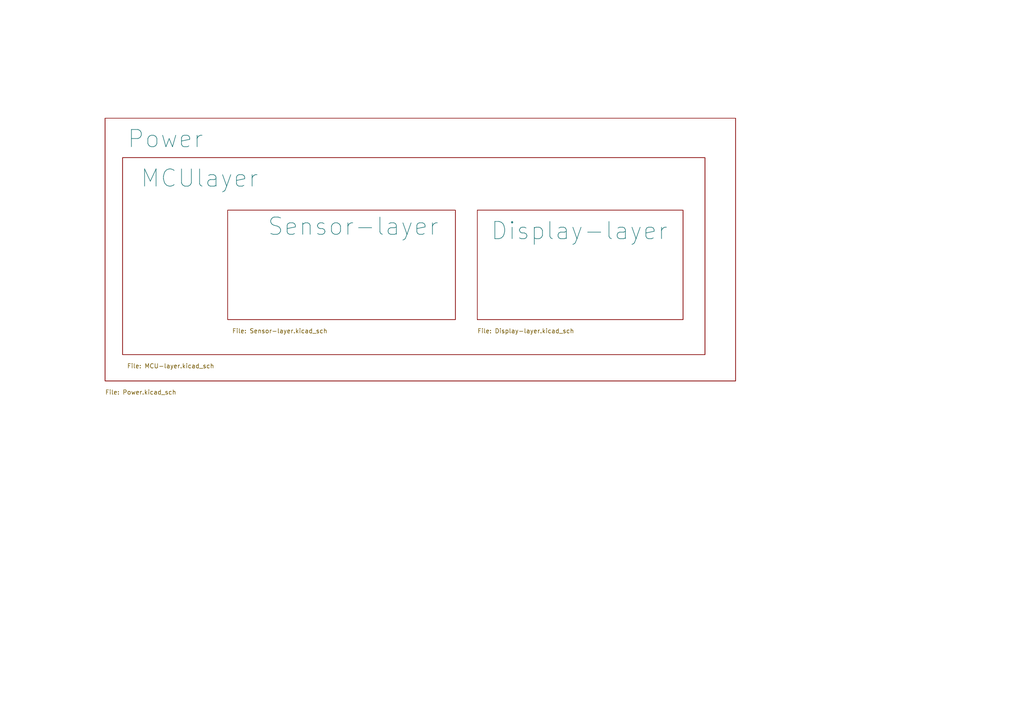
<source format=kicad_sch>
(kicad_sch (version 20230121) (generator eeschema)

  (uuid 78ea2883-2db0-4d81-80e1-b63c1c2056ac)

  (paper "A4")

  (title_block
    (date "2024-02-22")
  )

  (lib_symbols
  )


  (sheet (at 66.04 60.96) (size 66.04 31.75)
    (stroke (width 0.1524) (type solid))
    (fill (color 0 0 0 0.0000))
    (uuid 20bd63c0-c7d9-415e-b9da-e5b49e44652d)
    (property "Sheetname" "Sensor-layer" (at 77.47 68.58 0)
      (effects (font (size 5 5)) (justify left bottom))
    )
    (property "Sheetfile" "Sensor-layer.kicad_sch" (at 67.31 95.25 0)
      (effects (font (size 1.27 1.27)) (justify left top))
    )
    (instances
      (project "FwhitESat-PCB"
        (path "/78ea2883-2db0-4d81-80e1-b63c1c2056ac" (page "4"))
      )
    )
  )

  (sheet (at 30.48 34.29) (size 182.88 76.2)
    (stroke (width 0.1524) (type solid))
    (fill (color 0 0 0 0.0000))
    (uuid 56957d94-f740-47f0-918d-81f554d7e663)
    (property "Sheetname" "Power" (at 36.83 43.18 0)
      (effects (font (size 5 5)) (justify left bottom))
    )
    (property "Sheetfile" "Power.kicad_sch" (at 30.48 113.03 0)
      (effects (font (size 1.27 1.27)) (justify left top))
    )
    (instances
      (project "FwhitESat-PCB"
        (path "/78ea2883-2db0-4d81-80e1-b63c1c2056ac" (page "2"))
      )
    )
  )

  (sheet (at 138.43 60.96) (size 59.69 31.75)
    (stroke (width 0.1524) (type solid))
    (fill (color 0 0 0 0.0000))
    (uuid a960505b-a9a4-4f7d-b267-aaa461e8a1e5)
    (property "Sheetname" "Display-layer" (at 142.24 69.85 0)
      (effects (font (size 5 5)) (justify left bottom))
    )
    (property "Sheetfile" "Display-layer.kicad_sch" (at 138.43 95.25 0)
      (effects (font (size 1.27 1.27)) (justify left top))
    )
    (instances
      (project "FwhitESat-PCB"
        (path "/78ea2883-2db0-4d81-80e1-b63c1c2056ac" (page "5"))
      )
    )
  )

  (sheet (at 35.56 45.72) (size 168.91 57.15)
    (stroke (width 0.1524) (type solid))
    (fill (color 0 0 0 0.0000))
    (uuid f4665424-10ff-4a9f-9002-a506404d9567)
    (property "Sheetname" "MCUlayer" (at 40.64 54.61 0)
      (effects (font (size 5 5)) (justify left bottom))
    )
    (property "Sheetfile" "MCU-layer.kicad_sch" (at 36.83 105.41 0)
      (effects (font (size 1.27 1.27)) (justify left top))
    )
    (instances
      (project "FwhitESat-PCB"
        (path "/78ea2883-2db0-4d81-80e1-b63c1c2056ac" (page "3"))
      )
    )
  )

  (sheet_instances
    (path "/" (page "1"))
  )
)

</source>
